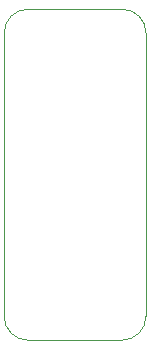
<source format=gbr>
%TF.GenerationSoftware,KiCad,Pcbnew,7.0.9*%
%TF.CreationDate,2024-01-15T07:30:31+01:00*%
%TF.ProjectId,usb_dongle_hw,7573625f-646f-46e6-976c-655f68772e6b,rev?*%
%TF.SameCoordinates,Original*%
%TF.FileFunction,Profile,NP*%
%FSLAX46Y46*%
G04 Gerber Fmt 4.6, Leading zero omitted, Abs format (unit mm)*
G04 Created by KiCad (PCBNEW 7.0.9) date 2024-01-15 07:30:31*
%MOMM*%
%LPD*%
G01*
G04 APERTURE LIST*
%TA.AperFunction,Profile*%
%ADD10C,0.100000*%
%TD*%
G04 APERTURE END LIST*
D10*
X83413600Y-102482400D02*
G75*
G03*
X81413600Y-100482400I-2000000J0D01*
G01*
X71413600Y-126500000D02*
G75*
G03*
X73413600Y-128500000I2000000J0D01*
G01*
X73413600Y-100482400D02*
G75*
G03*
X71413600Y-102482400I0J-2000000D01*
G01*
X71413600Y-126500000D02*
X71413600Y-102482400D01*
X83413600Y-102482400D02*
X83413600Y-126500000D01*
X81413600Y-128500000D02*
X73413600Y-128500000D01*
X81413600Y-128500000D02*
G75*
G03*
X83413600Y-126500000I0J2000000D01*
G01*
X73413600Y-100482400D02*
X81413600Y-100482400D01*
M02*

</source>
